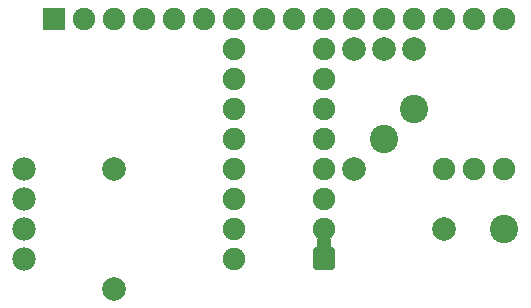
<source format=gtl>
G04 MADE WITH FRITZING*
G04 WWW.FRITZING.ORG*
G04 DOUBLE SIDED*
G04 HOLES PLATED*
G04 CONTOUR ON CENTER OF CONTOUR VECTOR*
%ASAXBY*%
%FSLAX23Y23*%
%MOIN*%
%OFA0B0*%
%SFA1.0B1.0*%
%ADD10C,0.078740*%
%ADD11C,0.094488*%
%ADD12C,0.075000*%
%ADD13C,0.078000*%
%ADD14R,0.075000X0.075000*%
%ADD15C,0.048000*%
%ADD16C,0.020000*%
%LNCOPPER1*%
G90*
G70*
G54D10*
X1580Y395D03*
X1280Y595D03*
X1280Y995D03*
X1380Y995D03*
G54D11*
X1380Y695D03*
X1480Y795D03*
G54D10*
X1480Y995D03*
X480Y195D03*
X480Y595D03*
G54D11*
X1780Y395D03*
G54D12*
X1180Y295D03*
X880Y295D03*
X1180Y395D03*
X880Y395D03*
X1180Y495D03*
X880Y495D03*
X1180Y595D03*
X880Y595D03*
X1180Y695D03*
X880Y695D03*
X1180Y795D03*
X880Y795D03*
X1180Y895D03*
X880Y895D03*
X1180Y995D03*
X880Y995D03*
X1780Y595D03*
X1680Y595D03*
X1580Y595D03*
X280Y1095D03*
X380Y1095D03*
X480Y1095D03*
X580Y1095D03*
X680Y1095D03*
X780Y1095D03*
X880Y1095D03*
X980Y1095D03*
X1080Y1095D03*
X1180Y1095D03*
X1280Y1095D03*
X1380Y1095D03*
X1480Y1095D03*
X1580Y1095D03*
X1680Y1095D03*
X1780Y1095D03*
G54D13*
X180Y595D03*
X180Y495D03*
X180Y295D03*
X180Y395D03*
G54D14*
X279Y1096D03*
G54D15*
X1180Y355D02*
X1180Y335D01*
G54D16*
X1152Y268D02*
X1152Y323D01*
X1207Y323D01*
X1207Y268D01*
X1152Y268D01*
D02*
G04 End of Copper1*
M02*
</source>
